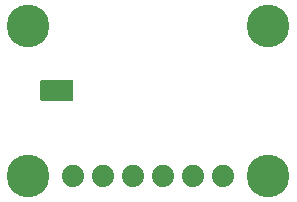
<source format=gbr>
G04 EAGLE Gerber RS-274X export*
G75*
%MOMM*%
%FSLAX34Y34*%
%LPD*%
%INSoldermask Bottom*%
%IPPOS*%
%AMOC8*
5,1,8,0,0,1.08239X$1,22.5*%
G01*
%ADD10C,1.879600*%
%ADD11C,3.617600*%

G36*
X62348Y88916D02*
X62348Y88916D01*
X62467Y88923D01*
X62505Y88936D01*
X62546Y88941D01*
X62656Y88984D01*
X62769Y89021D01*
X62804Y89043D01*
X62841Y89058D01*
X62937Y89128D01*
X63038Y89191D01*
X63066Y89221D01*
X63099Y89244D01*
X63175Y89336D01*
X63256Y89423D01*
X63276Y89458D01*
X63301Y89489D01*
X63352Y89597D01*
X63410Y89701D01*
X63420Y89741D01*
X63437Y89777D01*
X63459Y89894D01*
X63489Y90009D01*
X63493Y90070D01*
X63497Y90090D01*
X63495Y90110D01*
X63499Y90170D01*
X63499Y105410D01*
X63484Y105528D01*
X63477Y105647D01*
X63464Y105685D01*
X63459Y105726D01*
X63416Y105836D01*
X63379Y105949D01*
X63357Y105984D01*
X63342Y106021D01*
X63273Y106117D01*
X63209Y106218D01*
X63179Y106246D01*
X63156Y106279D01*
X63064Y106355D01*
X62977Y106436D01*
X62942Y106456D01*
X62911Y106481D01*
X62803Y106532D01*
X62699Y106590D01*
X62659Y106600D01*
X62623Y106617D01*
X62506Y106639D01*
X62391Y106669D01*
X62331Y106673D01*
X62311Y106677D01*
X62290Y106675D01*
X62230Y106679D01*
X36830Y106679D01*
X36712Y106664D01*
X36593Y106657D01*
X36555Y106644D01*
X36514Y106639D01*
X36404Y106596D01*
X36291Y106559D01*
X36256Y106537D01*
X36219Y106522D01*
X36123Y106453D01*
X36022Y106389D01*
X35994Y106359D01*
X35961Y106336D01*
X35886Y106244D01*
X35804Y106157D01*
X35784Y106122D01*
X35759Y106091D01*
X35708Y105983D01*
X35650Y105879D01*
X35640Y105839D01*
X35623Y105803D01*
X35601Y105686D01*
X35571Y105571D01*
X35567Y105511D01*
X35563Y105491D01*
X35564Y105484D01*
X35563Y105482D01*
X35564Y105466D01*
X35561Y105410D01*
X35561Y90170D01*
X35576Y90052D01*
X35583Y89933D01*
X35596Y89895D01*
X35601Y89854D01*
X35644Y89744D01*
X35681Y89631D01*
X35703Y89596D01*
X35718Y89559D01*
X35788Y89463D01*
X35851Y89362D01*
X35881Y89334D01*
X35904Y89301D01*
X35996Y89226D01*
X36083Y89144D01*
X36118Y89124D01*
X36149Y89099D01*
X36257Y89048D01*
X36361Y88990D01*
X36401Y88980D01*
X36437Y88963D01*
X36554Y88941D01*
X36669Y88911D01*
X36730Y88907D01*
X36750Y88903D01*
X36770Y88905D01*
X36830Y88901D01*
X62230Y88901D01*
X62348Y88916D01*
G37*
D10*
X63500Y25400D03*
X88900Y25400D03*
X114300Y25400D03*
X139700Y25400D03*
X165100Y25400D03*
X190500Y25400D03*
D11*
X25400Y152400D03*
X228600Y152400D03*
X25400Y25400D03*
X228600Y25400D03*
M02*

</source>
